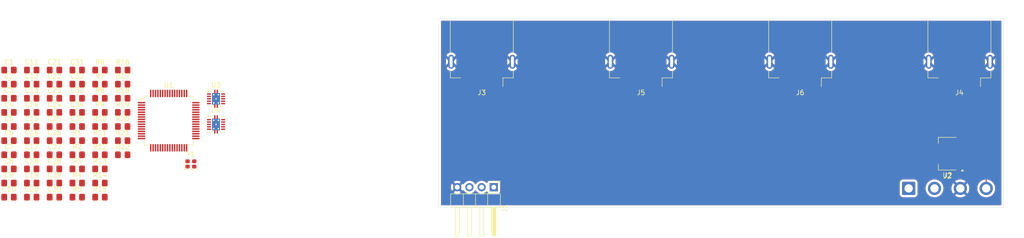
<source format=kicad_pcb>
(kicad_pcb (version 20241229) (generator "pcbnew") (generator_version "9.0")
  (layers (0 "F.Cu" signal) (2 "B.Cu" signal) (13 "F.Paste" user) (15 "B.Paste" user) (5 "F.SilkS" user "F.Silkscreen") (7 "B.SilkS" user "B.Silkscreen") (1 "F.Mask" user) (3 "B.Mask" user) (25 "Edge.Cuts" user))
  (net 0 "")
  (net 1 "Net-(J1-Shield)")
  (net 2 "GND")
  (net 3 "Net-(J1-VBUS)")
  (net 4 "+5V")
  (net 5 "+3V3")
  (net 6 "XTAL1")
  (net 7 "XTAL2")
  (net 8 "VDD18")
  (net 9 "VBUS1")
  (net 10 "VBUS2")
  (net 11 "Net-(C23-Pad1)")
  (net 12 "Net-(J3-VBUS)")
  (net 13 "VBUS3")
  (net 14 "VBUS4")
  (net 15 "Net-(J4-VBUS)")
  (net 16 "Net-(C30-Pad1)")
  (net 17 "Net-(J5-VBUS)")
  (net 18 "Net-(J6-VBUS)")
  (net 19 "Net-(C33-Pad1)")
  (net 20 "Net-(C34-Pad1)")
  (net 21 "Net-(U1-~{RESET})")
  (net 22 "UP_DN")
  (net 23 "UP_DP")
  (net 26 "P1_DP")
  (net 27 "P1_DN")
  (net 28 "P2_DP")
  (net 29 "P2_DN")
  (net 30 "P3_DP")
  (net 31 "P3_DN")
  (net 32 "P4_DP")
  (net 33 "P4_DN")
  (net 34 "VBUS_DET")
  (net 35 "Net-(U1-SCL{slash}SMBCLK)")
  (net 36 "Net-(U1-RBIAS)")
  (net 37 "Net-(U1-ATEST{slash}REG_EN)")
  (net 38 "Net-(U3-ILM)")
  (net 39 "Net-(U4-ILM)")
  (net 41 "OCS1")
  (net 42 "PRTPWR3")
  (net 43 "PRTPWR4")
  (net 44 "OCS2")
  (net 47 "PRTPWR2")
  (net 48 "OCS4")
  (net 51 "PRTPWR1")
  (net 53 "OCS3")
  (footprint "Resistor_SMD:R_0805_2012Metric_Pad1.20x1.40mm_HandSolder" (layer "F.Cu") (at 50.5 70.13)
    (property "Reference" "C24" (at 0 -1.65 0) (layer "F.SilkS"))
    (property "Value" "2.2u")
    (pad "1" smd roundrect (at -1 0) (size 1.2 1.4) (layers "F.Cu" "F.Mask" "F.Paste") (roundrect_rratio 0.208333) (net 12 "Net-(J3-VBUS)"))
    (pad "2" smd roundrect (at 1 0) (size 1.2 1.4) (layers "F.Cu" "F.Mask" "F.Paste") (roundrect_rratio 0.208333) (net 2 "GND"))
  )
  (footprint "Resistor_SMD:R_0805_2012Metric_Pad1.20x1.40mm_HandSolder" (layer "F.Cu") (at 45.75 87.83)
    (property "Reference" "C20" (at 0 -1.65 0) (layer "F.SilkS"))
    (property "Value" "0.1u")
    (pad "1" smd roundrect (at -1 0) (size 1.2 1.4) (layers "F.Cu" "F.Mask" "F.Paste") (roundrect_rratio 0.208333) (net 10 "VBUS2"))
    (pad "2" smd roundrect (at 1 0) (size 1.2 1.4) (layers "F.Cu" "F.Mask" "F.Paste") (roundrect_rratio 0.208333) (net 2 "GND"))
  )
  (footprint "Connector_Wire:SolderWire-1sqmm_1x04_P5.4mm_D1.4mm_OD2.7mm" (layer "F.Cu") (at 228.9 86)
    (property "Reference" "J2" (at 8.1 -2.58 0) (layer "F.SilkS"))
    (property "Value" "4-Pin_Molex")
    (pad "1" thru_hole roundrect (at 0 0) (size 2.75 2.75) (drill 1.75) (layers "*.Cu" "*.Mask") (roundrect_rratio 0.090909))
    (pad "2" thru_hole circle (at 5.4 0) (size 2.75 2.75) (drill 1.75) (layers "*.Cu" "*.Mask"))
    (pad "3" thru_hole circle (at 10.8 0) (size 2.75 2.75) (drill 1.75) (layers "*.Cu" "*.Mask") (net 2 "GND"))
    (pad "4" thru_hole circle (at 16.2 0) (size 2.75 2.75) (drill 1.75) (layers "*.Cu" "*.Mask") (net 4 "+5V"))
  )
  (footprint "Resistor_SMD:R_0805_2012Metric_Pad1.20x1.40mm_HandSolder" (layer "F.Cu") (at 50.5 81.93)
    (property "Reference" "C28" (at 0 -1.65 0) (layer "F.SilkS"))
    (property "Value" "0.1u")
    (pad "1" smd roundrect (at -1 0) (size 1.2 1.4) (layers "F.Cu" "F.Mask" "F.Paste") (roundrect_rratio 0.208333) (net 14 "VBUS4"))
    (pad "2" smd roundrect (at 1 0) (size 1.2 1.4) (layers "F.Cu" "F.Mask" "F.Paste") (roundrect_rratio 0.208333) (net 2 "GND"))
  )
  (footprint "Resistor_SMD:R_0805_2012Metric_Pad1.20x1.40mm_HandSolder" (layer "F.Cu") (at 64.75 64.23)
    (property "Reference" "R17" (at 0 -1.65 0) (layer "F.SilkS"))
    (property "Value" "100k")
    (pad "1" smd roundrect (at -1 0) (size 1.2 1.4) (layers "F.Cu" "F.Mask" "F.Paste") (roundrect_rratio 0.208333) (net 2 "GND"))
    (pad "2" smd roundrect (at 1 0) (size 1.2 1.4) (layers "F.Cu" "F.Mask" "F.Paste") (roundrect_rratio 0.208333) (net 14 "VBUS4"))
  )
  (footprint "Resistor_SMD:R_0805_2012Metric_Pad1.20x1.40mm_HandSolder" (layer "F.Cu") (at 50.5 67.18)
    (property "Reference" "C23" (at 0 -1.65 0) (layer "F.SilkS"))
    (property "Value" "0.1u")
    (pad "1" smd roundrect (at -1 0) (size 1.2 1.4) (layers "F.Cu" "F.Mask" "F.Paste") (roundrect_rratio 0.208333) (net 11 "Net-(C23-Pad1)"))
    (pad "2" smd roundrect (at 1 0) (size 1.2 1.4) (layers "F.Cu" "F.Mask" "F.Paste") (roundrect_rratio 0.208333) (net 2 "GND"))
  )
  (footprint "Connector_USB:USB_A_Receptacle_GCT_USB1046" (layer "F.Cu") (at 239.5 56 180)
    (property "Reference" "J4" (at 0 -10 0) (layer "F.SilkS"))
    (property "Value" "USB_A")
    (pad "1" smd roundrect (at -3.5 -7.25 180) (size 1.3 3) (layers "F.Cu" "F.Mask" "F.Paste") (net 15 "Net-(J4-VBUS)"))
    (pad "2" smd roundrect (at -1 -7.25 180) (size 1.3 3) (layers "F.Cu" "F.Mask" "F.Paste") (net 29 "P2_DN"))
    (pad "3" smd roundrect (at 1 -7.25 180) (size 1.3 3) (layers "F.Cu" "F.Mask" "F.Paste") (net 28 "P2_DP"))
    (pad "4" smd roundrect (at 3.5 -7.25 180) (size 1.3 3) (layers "F.Cu" "F.Mask" "F.Paste") (net 2 "GND"))
    (pad "5" thru_hole oval (at -6.4 -3.55 180) (size 1.2 2.9) (drill oval 0.6 2.3) (property pad_prop_heatsink) (layers "*.Cu" "*.Mask") (net 2 "GND"))
    (pad "5" thru_hole oval (at 6.4 -3.55 180) (size 1.2 2.9) (drill oval 0.6 2.3) (property pad_prop_heatsink) (layers "*.Cu" "*.Mask") (net 2 "GND"))
  )
  (footprint "Resistor_SMD:R_0805_2012Metric_Pad1.20x1.40mm_HandSolder" (layer "F.Cu") (at 60 67.18)
    (property "Reference" "R8" (at 0 -1.65 0) (layer "F.SilkS"))
    (property "Value" "110k")
    (pad "1" smd roundrect (at -1 0) (size 1.2 1.4) (layers "F.Cu" "F.Mask" "F.Paste") (roundrect_rratio 0.208333) (net 38 "Net-(U3-ILM)"))
    (pad "2" smd roundrect (at 1 0) (size 1.2 1.4) (layers "F.Cu" "F.Mask" "F.Paste") (roundrect_rratio 0.208333) (net 2 "GND"))
  )
  (footprint "Resistor_SMD:R_0805_2012Metric_Pad1.20x1.40mm_HandSolder" (layer "F.Cu") (at 55.25 67.18)
    (property "Reference" "C33" (at 0 -1.65 0) (layer "F.SilkS"))
    (property "Value" "0.1u")
    (pad "1" smd roundrect (at -1 0) (size 1.2 1.4) (layers "F.Cu" "F.Mask" "F.Paste") (roundrect_rratio 0.208333) (net 19 "Net-(C33-Pad1)"))
    (pad "2" smd roundrect (at 1 0) (size 1.2 1.4) (layers "F.Cu" "F.Mask" "F.Paste") (roundrect_rratio 0.208333) (net 2 "GND"))
  )
  (footprint "Resistor_SMD:R_0805_2012Metric_Pad1.20x1.40mm_HandSolder" (layer "F.Cu") (at 45.75 67.18)
    (property "Reference" "C13" (at 0 -1.65 0) (layer "F.SilkS"))
    (property "Value" "0.1u")
    (pad "1" smd roundrect (at -1 0) (size 1.2 1.4) (layers "F.Cu" "F.Mask" "F.Paste") (roundrect_rratio 0.208333) (net 8 "VDD18"))
    (pad "2" smd roundrect (at 1 0) (size 1.2 1.4) (layers "F.Cu" "F.Mask" "F.Paste") (roundrect_rratio 0.208333) (net 2 "GND"))
  )
  (footprint "Resistor_SMD:R_0805_2012Metric_Pad1.20x1.40mm_HandSolder" (layer "F.Cu") (at 60 84.88)
    (property "Reference" "R14" (at 0 -1.65 0) (layer "F.SilkS"))
    (property "Value" "100k")
    (pad "1" smd roundrect (at -1 0) (size 1.2 1.4) (layers "F.Cu" "F.Mask" "F.Paste") (roundrect_rratio 0.208333) (net 10 "VBUS2"))
    (pad "2" smd roundrect (at 1 0) (size 1.2 1.4) (layers "F.Cu" "F.Mask" "F.Paste") (roundrect_rratio 0.208333) (net 15 "Net-(J4-VBUS)"))
  )
  (footprint "Resistor_SMD:R_0805_2012Metric_Pad1.20x1.40mm_HandSolder" (layer "F.Cu") (at 50.5 64.23)
    (property "Reference" "C22" (at 0 -1.65 0) (layer "F.SilkS"))
    (property "Value" "0.1u")
    (pad "1" smd roundrect (at -1 0) (size 1.2 1.4) (layers "F.Cu" "F.Mask" "F.Paste") (roundrect_rratio 0.208333) (net 2 "GND"))
    (pad "2" smd roundrect (at 1 0) (size 1.2 1.4) (layers "F.Cu" "F.Mask" "F.Paste") (roundrect_rratio 0.208333) (net 4 "+5V"))
  )
  (footprint "Resistor_SMD:R_0805_2012Metric_Pad1.20x1.40mm_HandSolder" (layer "F.Cu") (at 45.75 81.93)
    (property "Reference" "C18" (at 0 -1.65 0) (layer "F.SilkS"))
    (property "Value" "4.7u")
    (pad "1" smd roundrect (at -1 0) (size 1.2 1.4) (layers "F.Cu" "F.Mask" "F.Paste") (roundrect_rratio 0.208333) (net 8 "VDD18"))
    (pad "2" smd roundrect (at 1 0) (size 1.2 1.4) (layers "F.Cu" "F.Mask" "F.Paste") (roundrect_rratio 0.208333) (net 2 "GND"))
  )
  (footprint "Resistor_SMD:R_0805_2012Metric_Pad1.20x1.40mm_HandSolder" (layer "F.Cu") (at 45.75 76.03)
    (property "Reference" "C16" (at 0 -1.65 0) (layer "F.SilkS"))
    (property "Value" "0.1u")
    (pad "1" smd roundrect (at -1 0) (size 1.2 1.4) (layers "F.Cu" "F.Mask" "F.Paste") (roundrect_rratio 0.208333) (net 8 "VDD18"))
    (pad "2" smd roundrect (at 1 0) (size 1.2 1.4) (layers "F.Cu" "F.Mask" "F.Paste") (roundrect_rratio 0.208333) (net 2 "GND"))
  )
  (footprint "Resistor_SMD:R_0805_2012Metric_Pad1.20x1.40mm_HandSolder" (layer "F.Cu") (at 41 87.83)
    (property "Reference" "C10" (at 0 -1.65 0) (layer "F.SilkS"))
    (property "Value" "0.1u")
    (pad "1" smd roundrect (at -1 0) (size 1.2 1.4) (layers "F.Cu" "F.Mask" "F.Paste") (roundrect_rratio 0.208333) (net 5 "+3V3"))
    (pad "2" smd roundrect (at 1 0) (size 1.2 1.4) (layers "F.Cu" "F.Mask" "F.Paste") (roundrect_rratio 0.208333) (net 2 "GND"))
  )
  (footprint "Resistor_SMD:R_0805_2012Metric_Pad1.20x1.40mm_HandSolder" (layer "F.Cu") (at 60 64.23)
    (property "Reference" "R7" (at 0 -1.65 0) (layer "F.SilkS"))
    (property "Value" "100k")
    (pad "1" smd roundrect (at -1 0) (size 1.2 1.4) (layers "F.Cu" "F.Mask" "F.Paste") (roundrect_rratio 0.208333) (net 5 "+3V3"))
    (pad "2" smd roundrect (at 1 0) (size 1.2 1.4) (layers "F.Cu" "F.Mask" "F.Paste") (roundrect_rratio 0.208333) (net 37 "Net-(U1-ATEST{slash}REG_EN)"))
  )
  (footprint "Connector_USB:USB_A_Receptacle_GCT_USB1046" (layer "F.Cu") (at 173 56 180)
    (property "Reference" "J5" (at 0 -10 0) (layer "F.SilkS"))
    (property "Value" "USB_A")
    (pad "1" smd roundrect (at -3.5 -7.25 180) (size 1.3 3) (layers "F.Cu" "F.Mask" "F.Paste") (net 17 "Net-(J5-VBUS)"))
    (pad "2" smd roundrect (at -1 -7.25 180) (size 1.3 3) (layers "F.Cu" "F.Mask" "F.Paste") (net 31 "P3_DN"))
    (pad "3" smd roundrect (at 1 -7.25 180) (size 1.3 3) (layers "F.Cu" "F.Mask" "F.Paste") (net 30 "P3_DP"))
    (pad "4" smd roundrect (at 3.5 -7.25 180) (size 1.3 3) (layers "F.Cu" "F.Mask" "F.Paste") (net 2 "GND"))
    (pad "5" thru_hole oval (at -6.4 -3.55 180) (size 1.2 2.9) (drill oval 0.6 2.3) (property pad_prop_heatsink) (layers "*.Cu" "*.Mask") (net 2 "GND"))
    (pad "5" thru_hole oval (at 6.4 -3.55 180) (size 1.2 2.9) (drill oval 0.6 2.3) (property pad_prop_heatsink) (layers "*.Cu" "*.Mask") (net 2 "GND"))
  )
  (footprint "Resistor_SMD:R_0805_2012Metric_Pad1.20x1.40mm_HandSolder" (layer "F.Cu") (at 55.25 84.88)
    (property "Reference" "R4" (at 0 -1.65 0) (layer "F.SilkS"))
    (property "Value" "1M")
    (pad "1" smd roundrect (at -1 0) (size 1.2 1.4) (layers "F.Cu" "F.Mask" "F.Paste") (roundrect_rratio 0.208333) (net 6 "XTAL1"))
    (pad "2" smd roundrect (at 1 0) (size 1.2 1.4) (layers "F.Cu" "F.Mask" "F.Paste") (roundrect_rratio 0.208333) (net 7 "XTAL2"))
  )
  (footprint "Package_TO_SOT_SMD:SOT-223" (layer "F.Cu") (at 237 78.75 180)
    (property "Reference" "U2" (at 0 -4.5 0) (layer "F.SilkS"))
    (property "Value" "MCP1825S")
    (pad "1" smd roundrect (at -3.15 -2.3 180) (size 2 1.5) (layers "F.Cu" "F.Mask" "F.Paste") (net 4 "+5V"))
    (pad "2" smd roundrect (at -3.15 0 180) (size 2 1.5) (layers "F.Cu" "F.Mask" "F.Paste") (net 2 "GND"))
    (pad "3" smd roundrect (at -3.15 2.3 180) (size 2 1.5) (layers "F.Cu" "F.Mask" "F.Paste") (net 5 "+3V3"))
    (pad "4" smd roundrect (at 3.15 0 180) (size 2 3.8) (layers "F.Cu" "F.Mask" "F.Paste"))
  )
  (footprint "Resistor_SMD:R_0805_2012Metric_Pad1.20x1.40mm_HandSolder" (layer "F.Cu") (at 64.75 61.28)
    (property "Reference" "R16" (at 0 -1.65 0) (layer "F.SilkS"))
    (property "Value" "100k")
    (pad "1" smd roundrect (at -1 0) (size 1.2 1.4) (layers "F.Cu" "F.Mask" "F.Paste") (roundrect_rratio 0.208333) (net 2 "GND"))
    (pad "2" smd roundrect (at 1 0) (size 1.2 1.4) (layers "F.Cu" "F.Mask" "F.Paste") (roundrect_rratio 0.208333) (net 13 "VBUS3"))
  )
  (footprint "Resistor_SMD:R_0805_2012Metric_Pad1.20x1.40mm_HandSolder" (layer "F.Cu") (at 41 70.13)
    (property "Reference" "C4" (at 0 -1.65 0) (layer "F.SilkS"))
    (property "Value" "10u")
    (pad "1" smd roundrect (at -1 0) (size 1.2 1.4) (layers "F.Cu" "F.Mask" "F.Paste") (roundrect_rratio 0.208333) (net 5 "+3V3"))
    (pad "2" smd roundrect (at 1 0) (size 1.2 1.4) (layers "F.Cu" "F.Mask" "F.Paste") (roundrect_rratio 0.208333) (net 2 "GND"))
  )
  (footprint "Resistor_SMD:R_0805_2012Metric_Pad1.20x1.40mm_HandSolder" (layer "F.Cu") (at 60 76.03)
    (property "Reference" "R11" (at 0 -1.65 0) (layer "F.SilkS"))
    (property "Value" "110k")
    (pad "1" smd roundrect (at -1 0) (size 1.2 1.4) (layers "F.Cu" "F.Mask" "F.Paste") (roundrect_rratio 0.208333) (net 39 "Net-(U4-ILM)"))
    (pad "2" smd roundrect (at 1 0) (size 1.2 1.4) (layers "F.Cu" "F.Mask" "F.Paste") (roundrect_rratio 0.208333) (net 2 "GND"))
  )
  (footprint "Resistor_SMD:R_0805_2012Metric_Pad1.20x1.40mm_HandSolder" (layer "F.Cu") (at 41 81.93)
    (property "Reference" "C8" (at 0 -1.65 0) (layer "F.SilkS"))
    (property "Value" "0.1u")
    (pad "1" smd roundrect (at -1 0) (size 1.2 1.4) (layers "F.Cu" "F.Mask" "F.Paste") (roundrect_rratio 0.208333) (net 5 "+3V3"))
    (pad "2" smd roundrect (at 1 0) (size 1.2 1.4) (layers "F.Cu" "F.Mask" "F.Paste") (roundrect_rratio 0.208333) (net 2 "GND"))
  )
  (footprint "Resistor_SMD:R_0805_2012Metric_Pad1.20x1.40mm_HandSolder" (layer "F.Cu") (at 64.75 73.08)
    (property "Reference" "R20" (at 0 -1.65 0) (layer "F.SilkS"))
    (property "Value" "330")
    (pad "1" smd roundrect (at -1 0) (size 1.2 1.4) (layers "F.Cu" "F.Mask" "F.Paste") (roundrect_rratio 0.208333) (net 19 "Net-(C33-Pad1)"))
    (pad "2" smd roundrect (at 1 0) (size 1.2 1.4) (layers "F.Cu" "F.Mask" "F.Paste") (roundrect_rratio 0.208333) (net 2 "GND"))
  )
  (footprint "Resistor_SMD:R_0805_2012Metric_Pad1.20x1.40mm_HandSolder" (layer "F.Cu") (at 45.75 84.88)
    (property "Reference" "C19" (at 0 -1.65 0) (layer "F.SilkS"))
    (property "Value" "0.1u")
    (pad "1" smd roundrect (at -1 0) (size 1.2 1.4) (layers "F.Cu" "F.Mask" "F.Paste") (roundrect_rratio 0.208333) (net 9 "VBUS1"))
    (pad "2" smd roundrect (at 1 0) (size 1.2 1.4) (layers "F.Cu" "F.Mask" "F.Paste") (roundrect_rratio 0.208333) (net 2 "GND"))
  )
  (footprint "Resistor_SMD:R_0805_2012Metric_Pad1.20x1.40mm_HandSolder" (layer "F.Cu") (at 64.75 76.03)
    (property "Reference" "R21" (at 0 -1.65 0) (layer "F.SilkS"))
    (property "Value" "330")
    (pad "1" smd roundrect (at -1 0) (size 1.2 1.4) (layers "F.Cu" "F.Mask" "F.Paste") (roundrect_rratio 0.208333) (net 20 "Net-(C34-Pad1)"))
    (pad "2" smd roundrect (at 1 0) (size 1.2 1.4) (layers "F.Cu" "F.Mask" "F.Paste") (roundrect_rratio 0.208333) (net 2 "GND"))
  )
  (footprint "Resistor_SMD:R_0805_2012Metric_Pad1.20x1.40mm_HandSolder" (layer "F.Cu") (at 60 70.13)
    (property "Reference" "R9" (at 0 -1.65 0) (layer "F.SilkS"))
    (property "Value" "330")
    (pad "1" smd roundrect (at -1 0) (size 1.2 1.4) (layers "F.Cu" "F.Mask" "F.Paste") (roundrect_rratio 0.208333) (net 11 "Net-(C23-Pad1)"))
    (pad "2" smd roundrect (at 1 0) (size 1.2 1.4) (layers "F.Cu" "F.Mask" "F.Paste") (roundrect_rratio 0.208333) (net 2 "GND"))
  )
  (footprint "Resistor_SMD:R_0805_2012Metric_Pad1.20x1.40mm_HandSolder" (layer "F.Cu") (at 55.25 76.03)
    (property "Reference" "R1" (at 0 -1.65 0) (layer "F.SilkS"))
    (property "Value" "330")
    (pad "1" smd roundrect (at -1 0) (size 1.2 1.4) (layers "F.Cu" "F.Mask" "F.Paste") (roundrect_rratio 0.208333) (net 1 "Net-(J1-Shield)"))
    (pad "2" smd roundrect (at 1 0) (size 1.2 1.4) (layers "F.Cu" "F.Mask" "F.Paste") (roundrect_rratio 0.208333) (net 2 "GND"))
  )
  (footprint "Resistor_SMD:R_0805_2012Metric_Pad1.20x1.40mm_HandSolder" (layer "F.Cu") (at 45.75 70.13)
    (property "Reference" "C14" (at 0 -1.65 0) (layer "F.SilkS"))
    (property "Value" "0.1u")
    (pad "1" smd roundrect (at -1 0) (size 1.2 1.4) (layers "F.Cu" "F.Mask" "F.Paste") (roundrect_rratio 0.208333) (net 8 "VDD18"))
    (pad "2" smd roundrect (at 1 0) (size 1.2 1.4) (layers "F.Cu" "F.Mask" "F.Paste") (roundrect_rratio 0.208333) (net 2 "GND"))
  )
  (footprint "Connector_USB:USB_A_Receptacle_GCT_USB1046" (layer "F.Cu") (at 206.25 56 180)
    (property "Reference" "J6" (at 0 -10 0) (layer "F.SilkS"))
    (property "Value" "USB_A")
    (pad "1" smd roundrect (at -3.5 -7.25 180) (size 1.3 3) (layers "F.Cu" "F.Mask" "F.Paste") (net 18 "Net-(J6-VBUS)"))
    (pad "2" smd roundrect (at -1 -7.25 180) (size 1.3 3) (layers "F.Cu" "F.Mask" "F.Paste") (net 33 "P4_DN"))
    (pad "3" smd roundrect (at 1 -7.25 180) (size 1.3 3) (layers "F.Cu" "F.Mask" "F.Paste") (net 32 "P4_DP"))
    (pad "4" smd roundrect (at 3.5 -7.25 180) (size 1.3 3) (layers "F.Cu" "F.Mask" "F.Paste") (net 2 "GND"))
    (pad "5" thru_hole oval (at -6.4 -3.55 180) (size 1.2 2.9) (drill oval 0.6 2.3) (property pad_prop_heatsink) (layers "*.Cu" "*.Mask") (net 2 "GND"))
    (pad "5" thru_hole oval (at 6.4 -3.55 180) (size 1.2 2.9) (drill oval 0.6 2.3) (property pad_prop_heatsink) (layers "*.Cu" "*.Mask") (net 2 "GND"))
  )
  (footprint "Resistor_SMD:R_0805_2012Metric_Pad1.20x1.40mm_HandSolder" (layer "F.Cu") (at 64.75 70.13)
    (property "Reference" "R19" (at 0 -1.65 0) (layer "F.SilkS"))
    (property "Value" "100k")
    (pad "1" smd roundrect (at -1 0) (size 1.2 1.4) (layers "F.Cu" "F.Mask" "F.Paste") (roundrect_rratio 0.208333) (net 14 "VBUS4"))
    (pad "2" smd roundrect (at 1 0) (size 1.2 1.4) (layers "F.Cu" "F.Mask" "F.Paste") (roundrect_rratio 0.208333) (net 18 "Net-(J6-VBUS)"))
  )
  (footprint "Resistor_SMD:R_0805_2012Metric_Pad1.20x1.40mm_HandSolder" (layer "F.Cu") (at 45.75 64.23)
    (property "Reference" "C12" (at 0 -1.65 0) (layer "F.SilkS"))
    (property "Value" "0.1u")
    (pad "1" smd roundrect (at -1 0) (size 1.2 1.4) (layers "F.Cu" "F.Mask" "F.Paste") (roundrect_rratio 0.208333) (net 5 "+3V3"))
    (pad "2" smd roundrect (at 1 0) (size 1.2 1.4) (layers "F.Cu" "F.Mask" "F.Paste") (roundrect_rratio 0.208333) (net 2 "GND"))
  )
  (footprint "Crystal:Crystal_SMD_2016-4Pin_2.0x1.6mm" (layer "F.Cu") (at 79 80.89)
    (property "Reference" "Y1" (at 0 -2 0) (layer "F.SilkS"))
    (property "Value" "24MHz")
    (pad "1" smd roundrect (at -0.7 0.55) (size 0.9 0.8) (layers "F.Cu" "F.Mask" "F.Paste") (net 7 "XTAL2"))
    (pad "2" smd roundrect (at 0.7 0.55) (size 0.9 0.8) (layers "F.Cu" "F.Mask" "F.Paste") (net 6 "XTAL1"))
    (pad "3" smd roundrect (at 0.7 -0.55) (size 0.9 0.8) (layers "F.Cu" "F.Mask" "F.Paste"))
    (pad "4" smd roundrect (at -0.7 -0.55) (size 0.9 0.8) (layers "F.Cu" "F.Mask" "F.Paste"))
  )
  (footprint "Resistor_SMD:R_0805_2012Metric_Pad1.20x1.40mm_HandSolder" (layer "F.Cu") (at 50.5 84.88)
    (property "Reference" "C29" (at 0 -1.65 0) (layer "F.SilkS"))
    (property "Value" "2.2u")
    (pad "1" smd roundrect (at -1 0) (size 1.2 1.4) (layers "F.Cu" "F.Mask" "F.Paste") (roundrect_rratio 0.208333) (net 15 "Net-(J4-VBUS)"))
    (pad "2" smd roundrect (at 1 0) (size 1.2 1.4) (layers "F.Cu" "F.Mask" "F.Paste") (roundrect_rratio 0.208333) (net 2 "GND"))
  )
  (footprint "Resistor_SMD:R_0805_2012Metric_Pad1.20x1.40mm_HandSolder" (layer "F.Cu") (at 60 61.28)
    (property "Reference" "R6" (at 0 -1.65 0) (layer "F.SilkS"))
    (property "Value" "12k")
    (pad "1" smd roundrect (at -1 0) (size 1.2 1.4) (layers "F.Cu" "F.Mask" "F.Paste") (roundrect_rratio 0.208333) (net 36 "Net-(U1-RBIAS)"))
    (pad "2" smd roundrect (at 1 0) (size 1.2 1.4) (layers "F.Cu" "F.Mask" "F.Paste") (roundrect_rratio 0.208333) (net 2 "GND"))
  )
  (footprint "Resistor_SMD:R_0805_2012Metric_Pad1.20x1.40mm_HandSolder" (layer "F.Cu") (at 41 76.03)
    (property "Reference" "C6" (at 0 -1.65 0) (layer "F.SilkS"))
    (property "Value" "33p")
    (pad "1" smd roundrect (at -1 0) (size 1.2 1.4) (layers "F.Cu" "F.Mask" "F.Paste") (roundrect_rratio 0.208333) (net 2 "GND"))
    (pad "2" smd roundrect (at 1 0) (size 1.2 1.4) (layers "F.Cu" "F.Mask" "F.Paste") (roundrect_rratio 0.208333) (net 7 "XTAL2"))
  )
  (footprint "Resistor_SMD:R_0805_2012Metric_Pad1.20x1.40mm_HandSolder" (layer "F.Cu") (at 45.75 61.28)
    (property "Reference" "C11" (at 0 -1.65 0) (layer "F.SilkS"))
    (property "Value" "0.1u")
    (pad "1" smd roundrect (at -1 0) (size 1.2 1.4) (layers "F.Cu" "F.Mask" "F.Paste") (roundrect_rratio 0.208333) (net 5 "+3V3"))
    (pad "2" smd roundrect (at 1 0) (size 1.2 1.4) (layers "F.Cu" "F.Mask" "F.Paste") (roundrect_rratio 0.208333) (net 2 "GND"))
  )
  (footprint "Resistor_SMD:R_0805_2012Metric_Pad1.20x1.40mm_HandSolder" (layer "F.Cu") (at 41 67.18)
    (property "Reference" "C3" (at 0 -1.65 0) (layer "F.SilkS"))
    (property "Value" "1u")
    (pad "1" smd roundrect (at -1 0) (size 1.2 1.4) (layers "F.Cu" "F.Mask" "F.Paste") (roundrect_rratio 0.208333) (net 4 "+5V"))
    (pad "2" smd roundrect (at 1 0) (size 1.2 1.4) (layers "F.Cu" "F.Mask" "F.Paste") (roundrect_rratio 0.208333) (net 2 "GND"))
  )
  (footprint "Resistor_SMD:R_0805_2012Metric_Pad1.20x1.40mm_HandSolder" (layer "F.Cu") (at 41 64.23)
    (property "Reference" "C2" (at 0 -1.65 0) (layer "F.SilkS"))
    (property "Value" "2.2u")
    (pad "1" smd roundrect (at -1 0) (size 1.2 1.4) (layers "F.Cu" "F.Mask" "F.Paste") (roundrect_rratio 0.208333) (net 2 "GND"))
    (pad "2" smd roundrect (at 1 0) (size 1.2 1.4) (layers "F.Cu" "F.Mask" "F.Paste") (roundrect_rratio 0.208333) (net 3 "Net-(J1-VBUS)"))
  )
  (footprint "Connector_USB:USB_A_Receptacle_GCT_USB1046" (layer "F.Cu") (at 139.75 56 180)
    (property "Reference" "J3" (at 0 -10 0) (layer "F.SilkS"))
    (property "Value" "USB_A")
    (pad "1" smd roundrect (at -3.5 -7.25 180) (size 1.3 3) (layers "F.Cu" "F.Mask" "F.Paste") (net 12 "Net-(J3-VBUS)"))
    (pad "2" smd roundrect (at -1 -7.25 180) (size 1.3 3) (layers "F.Cu" "F.Mask" "F.Paste") (net 27 "P1_DN"))
    (pad "3" smd roundrect (at 1 -7.25 180) (size 1.3 3) (layers "F.Cu" "F.Mask" "F.Paste") (net 26 "P1_DP"))
    (pad "4" smd roundrect (at 3.5 -7.25 180) (size 1.3 3) (layers "F.Cu" "F.Mask" "F.Paste") (net 2 "GND"))
    (pad "5" thru_hole oval (at -6.4 -3.55 180) (size 1.2 2.9) (drill oval 0.6 2.3) (property pad_prop_heatsink) (layers "*.Cu" "*.Mask") (net 2 "GND"))
    (pad "5" thru_hole oval (at 6.4 -3.55 180) (size 1.2 2.9) (drill oval 0.6 2.3) (property pad_prop_heatsink) (layers "*.Cu" "*.Mask") (net 2 "GND"))
  )
  (footprint "Resistor_SMD:R_0805_2012Metric_Pad1.20x1.40mm_HandSolder" (layer "F.Cu") (at 55.25 61.28)
    (property "Reference" "C31" (at 0 -1.65 0) (layer "F.SilkS"))
    (property "Value" "2.2u")
    (pad "1" smd roundrect (at -1 0) (size 1.2 1.4) (layers "F.Cu" "F.Mask" "F.Paste") (roundrect_rratio 0.208333) (net 17 "Net-(J5-VBUS)"))
    (pad "2" smd roundrect (at 1 0) (size 1.2 1.4) (layers "F.Cu" "F.Mask" "F.Paste") (roundrect_rratio 0.208333) (net 2 "GND"))
  )
  (footprint "Resistor_SMD:R_0805_2012Metric_Pad1.20x1.40mm_HandSolder" (layer "F.Cu") (at 64.75 78.98)
    (property "Reference" "R22" (at 0 -1.65 0) (layer "F.SilkS"))
    (property "Value" "100k")
    (pad "1" smd roundrect (at -1 0) (size 1.2 1.4) (layers "F.Cu" "F.Mask" "F.Paste") (roundrect_rratio 0.208333) (net 5 "+3V3"))
    (pad "2" smd roundrect (at 1 0) (size 1.2 1.4) (layers "F.Cu" "F.Mask" "F.Paste") (roundrect_rratio 0.208333) (net 21 "Net-(U1-~{RESET})"))
  )
  (footprint "Resistor_SMD:R_0805_2012Metric_Pad1.20x1.40mm_HandSolder" (layer "F.Cu") (at 55.25 87.83)
    (property "Reference" "R5" (at 0 -1.65 0) (layer "F.SilkS"))
    (property "Value" "100k")
    (pad "1" smd roundrect (at -1 0) (size 1.2 1.4) (layers "F.Cu" "F.Mask" "F.Paste") (roundrect_rratio 0.208333) (net 35 "Net-(U1-SCL{slash}SMBCLK)"))
    (pad "2" smd roundrect (at 1 0) (size 1.2 1.4) (layers "F.Cu" "F.Mask" "F.Paste") (roundrect_rratio 0.208333) (net 2 "GND"))
  )
  (footprint "Resistor_SMD:R_0805_2012Metric_Pad1.20x1.40mm_HandSolder" (layer "F.Cu") (at 64.75 67.18)
    (property "Reference" "R18" (at 0 -1.65 0) (layer "F.SilkS"))
    (property "Value" "100k")
    (pad "1" smd roundrect (at -1 0) (size 1.2 1.4) (layers "F.Cu" "F.Mask" "F.Paste") (roundrect_rratio 0.208333) (net 13 "VBUS3"))
    (pad "2" smd roundrect (at 1 0) (size 1.2 1.4) (layers "F.Cu" "F.Mask" "F.Paste") (roundrect_rratio 0.208333) (net 17 "Net-(J5-VBUS)"))
  )
  (footprint "Resistor_SMD:R_0805_2012Metric_Pad1.20x1.40mm_HandSolder" (layer "F.Cu") (at 60 81.93)
    (property "Reference" "R13" (at 0 -1.65 0) (layer "F.SilkS"))
    (property "Value" "100k")
    (pad "1" smd roundrect (at -1 0) (size 1.2 1.4) (layers "F.Cu" "F.Mask" "F.Paste") (roundrect_rratio 0.208333) (net 2 "GND"))
    (pad "2" smd roundrect (at 1 0) (size 1.2 1.4) (layers "F.Cu" "F.Mask" "F.Paste") (roundrect_rratio 0.208333) (net 10 "VBUS2"))
  )
  (footprint "Package_SON:VSON-10-1EP_3x3mm_P0.5mm_EP1.65x2.4mm_ThermalVias" (layer "F.Cu") (at 84.25 72.64)
    (property "Reference" "U4" (at 0 -2.9 0) (layer "F.SilkS"))
    (property "Value" "TPS2560")
    (pad "1" smd roundrect (at -1.475 -1) (size 0.85 0.28) (layers "F.Cu" "F.Mask" "F.Paste") (net 2 "GND"))
    (pad "2" smd roundrect (at -1.475 -0.5) (size 0.85 0.28) (layers "F.Cu" "F.Mask" "F.Paste") (net 4 "+5V"))
    (pad "3" smd roundrect (at -1.475 0) (size 0.85 0.28) (layers "F.Cu" "F.Mask" "F.Paste") (net 4 "+5V"))
    (pad "4" smd roundrect (at -1.475 0.5) (size 0.85 0.28) (layers "F.Cu" "F.Mask" "F.Paste") (net 42 "PRTPWR3"))
    (pad "5" smd roundrect (at -1.475 1) (size 0.85 0.28) (layers "F.Cu" "F.Mask" "F.Paste") (net 43 "PRTPWR4"))
    (pad "6" smd roundrect (at 1.475 1) (size 0.85 0.28) (layers "F.Cu" "F.Mask" "F.Paste") (net 48 "OCS4"))
    (pad "7" smd roundrect (at 1.475 0.5) (size 0.85 0.28) (layers "F.Cu" "F.Mask" "F.Paste") (net 39 "Net-(U4-ILM)"))
    (pad "8" smd roundrect (at 1.475 0) (size 0.85 0.28) (layers "F.Cu" "F.Mask" "F.Paste") (net 14 "VBUS4"))
    (pad "9" smd roundrect (at 1.475 -0.5) (size 0.85 0.28) (layers "F.Cu" "F.Mask" "F.Paste") (net 13 "VBUS3"))
    (pad "10" smd roundrect (at 1.475 -1) (size 0.85 0.28) (layers "F.Cu" "F.Mask" "F.Paste") (net 53 "OCS3"))
    (pad "11" thru_hole circle (at -0.48 -0.86) (size 0.6 0.6) (drill 0.3) (layers "*.Cu") (net 2 "GND"))
    (pad "11" thru_hole circle (at -0.48 0.86) (size 0.6 0.6) (drill 0.3) (layers "*.Cu") (net 2 "GND"))
    (pad "11" smd rect (at -0.25 -1.55) (size 0.28 0.7) (layers "F.Cu" "F.Mask" "F.Paste") (net 2 "GND"))
    (pad "11" smd rect (at -0.25 1.55) (size 0.28 0.7) (layers "F.Cu" "F.Mask" "F.Paste") (net 2 "GND"))
    (pad "11" thru_hole circle (at 0 0) (size 0.6 0.6) (drill 0.3) (layers "*.Cu") (net 2 "GND"))
    (pad "11" smd rect (at 0 0) (size 1.65 2.4) (layers "F.Cu" "F.Mask") (net 2 "GND"))
    (pad "11" smd rect (at 0 0) (size 1.65 2.4) (layers "B.Cu") (net 2 "GND"))
    (pad "11" smd rect (at 0.25 -1.55) (size 0.28 0.7) (layers "F.Cu" "F.Mask" "F.Paste") (net 2 "GND"))
    (pad "11" smd rect (at 0.25 1.55) (size 0.28 0.7) (layers "F.Cu" "F.Mask" "F.Paste") (net 2 "GND"))
    (pad "11" thru_hole circle (at 0.48 -0.86) (size 0.6 0.6) (drill 0.3) (layers "*.Cu") (net 2 "GND"))
    (pad "11" thru_hole circle (at 0.48 0.86) (size 0.6 0.6) (drill 0.3) (layers "*.Cu") (net 2 "GND"))
  )
  (footprint "Package_QFP:LQFP-64_10x10mm_P0.5mm" (layer "F.Cu") (at 74.35 71.84)
    (property "Reference" "U1" (at 0 -7.4 0) (layer "F.SilkS"))
    (property "Value" "USB2504")
    (pad "1" smd roundrect (at -5.675 -3.75) (size 1.55 0.3) (layers "F.Cu" "F.Mask" "F.Paste") (net 5 "+3V3"))
    (pad "2" smd roundrect (at -5.675 -3.25) (size 1.55 0.3) (layers "F.Cu" "F.Mask" "F.Paste") (net 23 "UP_DP"))
    (pad "3" smd roundrect (at -5.675 -2.75) (size 1.55 0.3) (layers "F.Cu" "F.Mask" "F.Paste") (net 22 "UP_DN"))
    (pad "4" smd roundrect (at -5.675 -2.25) (size 1.55 0.3) (layers "F.Cu" "F.Mask" "F.Paste") (net 2 "GND"))
    (pad "5" smd roundrect (at -5.675 -1.75) (size 1.55 0.3) (layers "F.Cu" "F.Mask" "F.Paste") (net 27 "P1_DN"))
    (pad "6" smd roundrect (at -5.675 -1.25) (size 1.55 0.3) (layers "F.Cu" "F.Mask" "F.Paste") (net 26 "P1_DP"))
    (pad "7" smd roundrect (at -5.675 -0.75) (size 1.55 0.3) (layers "F.Cu" "F.Mask" "F.Paste") (net 5 "+3V3"))
    (pad "8" smd roundrect (at -5.675 -0.25) (size 1.55 0.3) (layers "F.Cu" "F.Mask" "F.Paste") (net 28 "P2_DP"))
    (pad "9" smd roundrect (at -5.675 0.25) (size 1.55 0.3) (layers "F.Cu" "F.Mask" "F.Paste") (net 29 "P2_DN"))
    (pad "10" smd roundrect (at -5.675 0.75) (size 1.55 0.3) (layers "F.Cu" "F.Mask" "F.Paste") (net 2 "GND"))
    (pad "11" smd roundrect (at -5.675 1.25) (size 1.55 0.3) (layers "F.Cu" "F.Mask" "F.Paste") (net 31 "P3_DN"))
    (pad "12" smd roundrect (at -5.675 1.75) (size 1.55 0.3) (layers "F.Cu" "F.Mask" "F.Paste") (net 30 "P3_DP"))
    (pad "13" smd roundrect (at -5.675 2.25) (size 1.55 0.3) (layers "F.Cu" "F.Mask" "F.Paste") (net 5 "+3V3"))
    (pad "14" smd roundrect (at -5.675 2.75) (size 1.55 0.3) (layers "F.Cu" "F.Mask" "F.Paste") (net 32 "P4_DP"))
    (pad "15" smd roundrect (at -5.675 3.25) (size 1.55 0.3) (layers "F.Cu" "F.Mask" "F.Paste") (net 33 "P4_DN"))
    (pad "16" smd roundrect (at -5.675 3.75) (size 1.55 0.3) (layers "F.Cu" "F.Mask" "F.Paste") (net 2 "GND"))
    (pad "17" smd roundrect (at -3.75 5.675) (size 0.3 1.55) (layers "F.Cu" "F.Mask" "F.Paste"))
    (pad "18" smd roundrect (at -3.25 5.675) (size 0.3 1.55) (layers "F.Cu" "F.Mask" "F.Paste"))
    (pad "19" smd roundrect (at -2.75 5.675) (size 0.3 1.55) (layers "F.Cu" "F.Mask" "F.Paste") (net 2 "GND"))
    (pad "20" smd roundrect (at -2.25 5.675) (size 0.3 1.55) (layers "F.Cu" "F.Mask" "F.Paste") (net 2 "GND"))
    (pad "21" smd roundrect (at -1.75 5.675) (size 0.3 1.55) (layers "F.Cu" "F.Mask" "F.Paste") (net 2 "GND"))
    (pad "22" smd roundrect (at -1.25 5.675) (size 0.3 1.55) (layers "F.Cu" "F.Mask" "F.Paste") (net 2 "GND"))
    (pad "23" smd roundrect (at -0.75 5.675) (size 0.3 1.55) (layers "F.Cu" "F.Mask" "F.Paste") (net 5 "+3V3"))
    (pad "24" smd roundrect (at -0.25 5.675) (size 0.3 1.55) (layers "F.Cu" "F.Mask" "F.Paste") (net 5 "+3V3"))
    (pad "25" smd roundrect (at 0.25 5.675) (size 0.3 1.55) (layers "F.Cu" "F.Mask" "F.Paste") (net 2 "GND"))
    (pad "26" smd roundrect (at 0.75 5.675) (size 0.3 1.55) (layers "F.Cu" "F.Mask" "F.Paste") (net 2 "GND"))
    (pad "27" smd roundrect (at 1.25 5.675) (size 0.3 1.55) (layers "F.Cu" "F.Mask" "F.Paste") (net 2 "GND"))
    (pad "28" smd roundrect (at 1.75 5.675) (size 0.3 1.55) (layers "F.Cu" "F.Mask" "F.Paste") (net 5 "+3V3"))
    (pad "29" smd roundrect (at 2.25 5.675) (size 0.3 1.55) (layers "F.Cu" "F.Mask" "F.Paste") (net 2 "GND"))
    (pad "30" smd roundrect (at 2.75 5.675) (size 0.3 1.55) (layers "F.Cu" "F.Mask" "F.Paste") (net 8 "VDD18"))
    (pad "31" smd roundrect (at 3.25 5.675) (size 0.3 1.55) (layers "F.Cu" "F.Mask" "F.Paste"))
    (pad "32" smd roundrect (at 3.75 5.675) (size 0.3 1.55) (layers "F.Cu" "F.Mask" "F.Paste"))
    (pad "33" smd roundrect (at 5.675 3.75) (size 1.55 0.3) (layers "F.Cu" "F.Mask" "F.Paste"))
    (pad "34" smd roundrect (at 5.675 3.25) (size 1.55 0.3) (layers "F.Cu" "F.Mask" "F.Paste") (net 35 "Net-(U1-SCL{slash}SMBCLK)"))
    (pad "35" smd roundrect (at 5.675 2.75) (size 1.55 0.3) (layers "F.Cu" "F.Mask" "F.Paste") (net 35 "Net-(U1-SCL{slash}SMBCLK)"))
    (pad "36" smd roundrect (at 5.675 2.25) (size 1.55 0.3) (layers "F.Cu" "F.Mask" "F.Paste") (net 2 "GND"))
    (pad "37" smd roundrect (at 5.675 1.75) (size 1.55 0.3) (layers "F.Cu" "F.Mask" "F.Paste") (net 43 "PRTPWR4"))
    (pad "38" smd roundrect (at 5.675 1.25) (size 1.55 0.3) (layers "F.Cu" "F.Mask" "F.Paste") (net 48 "OCS4"))
    (pad "39" smd roundrect (at 5.675 0.75) (size 1.55 0.3) (layers "F.Cu" "F.Mask" "F.Paste") (net 42 "PRTPWR3"))
    (pad "40" smd roundrect (at 5.675 0.25) (size 1.55 0.3) (layers "F.Cu" "F.Mask" "F.Paste") (net 53 "OCS3"))
    (pad "41" smd roundrect (at 5.675 -0.25) (size 1.55 0.3) (layers "F.Cu" "F.Mask" "F.Paste") (net 2 "GND"))
    (pad "42" smd roundrect (at 5.675 -0.75) (size 1.55 0.3) (layers "F.Cu" "F.Mask" "F.Paste") (net 8 "VDD18"))
    (pad "43" smd roundrect (at 5.675 -1.25) (size 1.55 0.3) (layers "F.Cu" "F.Mask" "F.Paste") (net 47 "PRTPWR2"))
    (pad "44" smd roundrect (at 5.675 -1.75) (size 1.55 0.3) (layers "F.Cu" "F.Mask" "F.Paste") (net 44 "OCS2"))
    (pad "45" smd roundrect (at 5.675 -2.25) (size 1.55 0.3) (layers "F.Cu" "F.Mask" "F.Paste") (net 51 "PRTPWR1"))
    (pad "46" smd roundrect (at 5.675 -2.75) (size 1.55 0.3) (layers "F.Cu" "F.Mask" "F.Paste") (net 41 "OCS1"))
    (pad "47" smd roundrect (at 5.675 -3.25) (size 1.55 0.3) (layers "F.Cu" "F.Mask" "F.Paste") (net 2 "GND"))
    (pad "48" smd roundrect (at 5.675 -3.75) (size 1.55 0.3) (layers "F.Cu" "F.Mask" "F.Paste"))
    (pad "49" smd roundrect (at 3.75 -5.675) (size 0.3 1.55) (layers "F.Cu" "F.Mask" "F.Paste") (net 21 "Net-(U1-~{RESET})"))
    (pad "50" smd roundrect (at 3.25 -5.675) (size 0.3 1.55) (layers "F.Cu" "F.Mask" "F.Paste") (net 2 "GND"))
    (pad "51" smd roundrect (at 2.75 -5.675) (size 0.3 1.55) (layers "F.Cu" "F.Mask" "F.Paste") (net 5 "+3V3"))
    (pad "52" smd roundrect (at 2.25 -5.675) (size 0.3 1.55) (layers "F.Cu" "F.Mask" "F.Paste") (net 34 "VBUS_DET"))
    (pad "53" smd roundrect (at 1.75 -5.675) (size 0.3 1.55) (layers "F.Cu" "F.Mask" "F.Paste") (net 2 "GND"))
    (pad "54" smd roundrect (at 1.25 -5.675) (size 0.3 1.55) (layers "F.Cu" "F.Mask" "F.Paste") (net 8 "VDD18"))
    (pad "55" smd roundrect (at 0.75 -5.675) (size 0.3 1.55) (layers "F.Cu" "F.Mask" "F.Paste") (net 2 "GND"))
    (pad "56" smd roundrect (at 0.25 -5.675) (size 0.3 1.55) (layers "F.Cu" "F.Mask" "F.Paste"))
    (pad "57" smd roundrect (at -0.25 -5.675) (size 0.3 1.55) (layers "F.Cu" "F.Mask" "F.Paste") (net 7 "XTAL2"))
    (pad "58" smd roundrect (at -0.75 -5.675) (size 0.3 1.55) (layers "F.Cu" "F.Mask" "F.Paste") (net 6 "XTAL1"))
    (pad "59" smd roundrect (at -1.25 -5.675) (size 0.3 1.55) (layers "F.Cu" "F.Mask" "F.Paste") (net 2 "GND"))
    (pad "60" smd roundrect (at -1.75 -5.675) (size 0.3 1.55) (layers "F.Cu" "F.Mask" "F.Paste") (net 8 "VDD18"))
    (pad "61" smd roundrect (at -2.25 -5.675) (size 0.3 1.55) (layers "F.Cu" "F.Mask" "F.Paste") (net 5 "+3V3"))
    (pad "62" smd roundrect (at -2.75 -5.675) (size 0.3 1.55) (layers "F.Cu" "F.Mask" "F.Paste") (net 37 "Net-(U1-ATEST{slash}REG_EN)"))
    (pad "63" smd roundrect (at -3.25 -5.675) (size 0.3 1.55) (layers "F.Cu" "F.Mask" "F.Paste") (net 36 "Net-(U1-RBIAS)"))
    (pad "64" smd roundrect (at -3.75 -5.675) (size 0.3 1.55) (layers "F.Cu" "F.Mask" "F.Paste") (net 2 "GND"))
  )
  (footprint "Resistor_SMD:R_0805_2012Metric_Pad1.20x1.40mm_HandSolder" (layer "F.Cu") (at 60 87.83)
    (property "Reference" "R15" (at 0 -1.65 0) (layer "F.SilkS"))
    (property "Value" "330")
    (pad "1" smd roundrect (at -1 0) (size 1.2 1.4) (layers "F.Cu" "F.Mask" "F.Paste") (roundrect_rratio 0.208333) (net 16 "Net-(C30-Pad1)"))
    (pad "2" smd roundrect (at 1 0) (size 1.2 1.4) (layers "F.Cu" "F.Mask" "F.Paste") (roundrect_rratio 0.208333) (net 2 "GND"))
  )
  (footprint "Resistor_SMD:R_0805_2012Metric_Pad1.20x1.40mm_HandSolder" (layer "F.Cu") (at 50.5 78.98)
    (property "Reference" "C27" (at 0 -1.65 0) (layer "F.SilkS"))
    (property "Value" "0.1u")
    (pad "1" smd roundrect (at -1 0) (size 1.2 1.4) (layers "F.Cu" "F.Mask" "F.Paste") (roundrect_rratio 0.208333) (net 13 "VBUS3"))
    (pad "2" smd roundrect (at 1 0) (size 1.2 1.4) (layers "F.Cu" "F.Mask" "F.Paste") (roundrect_rratio 0.208333) (net 2 "GND"))
  )
  (footprint "Resistor_SMD:R_0805_2012Metric_Pad1.20x1.40mm_HandSolder" (layer "F.Cu") (at 41 61.28)
    (property "Reference" "C1" (at 0 -1.65 0) (layer "F.SilkS"))
    (property "Value" "0.1u")
    (pad "1" smd roundrect (at -1 0) (size 1.2 1.4) (layers "F.Cu" "F.Mask" "F.Paste") (roundrect_rratio 0.208333) (net 1 "Net-(J1-Shield)"))
    (pad "2" smd roundrect (at 1 0) (size 1.2 1.4) (layers "F.Cu" "F.Mask" "F.Paste") (roundrect_rratio 0.208333) (net 2 "GND"))
  )
  (footprint "Resistor_SMD:R_0805_2012Metric_Pad1.20x1.40mm_HandSolder" (layer "F.Cu") (at 50.5 73.08)
    (property "Reference" "C25" (at 0 -1.65 0) (layer "F.SilkS"))
    (property "Value" "0.1u")
    (pad "1" smd roundrect (at -1 0) (size 1.2 1.4) (layers "F.Cu" "F.Mask" "F.Paste") (roundrect_rratio 0.208333) (net 2 "GND"))
    (pad "2" smd roundrect (at 1 0) (size 1.2 1.4) (layers "F.Cu" "F.Mask" "F.Paste") (roundrect_rratio 0.208333) (net 4 "+5V"))
  )
  (footprint "Resistor_SMD:R_0805_2012Metric_Pad1.20x1.40mm_HandSolder" (layer "F.Cu") (at 50.5 87.83)
    (property "Reference" "C30" (at 0 -1.65 0) (layer "F.SilkS"))
    (property "Value" "0.1u")
    (pad "1" smd roundrect (at -1 0) (size 1.2 1.4) (layers "F.Cu" "F.Mask" "F.Paste") (roundrect_rratio 0.208333) (net 16 "Net-(C30-Pad1)"))
    (pad "2" smd roundrect (at 1 0) (size 1.2 1.4) (layers "F.Cu" "F.Mask" "F.Paste") (roundrect_rratio 0.208333) (net 2 "GND"))
  )
  (footprint "Resistor_SMD:R_0805_2012Metric_Pad1.20x1.40mm_HandSolder" (layer "F.Cu") (at 41 73.08)
    (property "Reference" "C5" (at 0 -1.65 0) (layer "F.SilkS"))
    (property "Value" "33p")
    (pad "1" smd roundrect (at -1 0) (size 1.2 1.4) (layers "F.Cu" "F.Mask" "F.Paste") (roundrect_rratio 0.208333) (net 6 "XTAL1"))
    (pad "2" smd roundrect (at 1 0) (size 1.2 1.4) (layers "F.Cu" "F.Mask" "F.Paste") (roundrect_rratio 0.208333) (net 2 "GND"))
  )
  (footprint "Resistor_SMD:R_0805_2012Metric_Pad1.20x1.40mm_HandSolder" (layer "F.Cu") (at 60 78.98)
    (property "Reference" "R12" (at 0 -1.65 0) (layer "F.SilkS"))
    (property "Value" "100k")
    (pad "1" smd roundrect (at -1 0) (size 1.2 1.4) (layers "F.Cu" "F.Mask" "F.Paste") (roundrect_rratio 0.208333) (net 2 "GND"))
    (pad "2" smd roundrect (at 1 0) (size 1.2 1.4) (layers "F.Cu" "F.Mask" "F.Paste") (roundrect_rratio 0.208333) (net 9 "VBUS1"))
  )
  (footprint "Resistor_SMD:R_0805_2012Metric_Pad1.20x1.40mm_HandSolder" (layer "F.Cu") (at 50.5 61.28)
    (property "Reference" "C21" (at 0 -1.65 0) (layer "F.SilkS"))
    (property "Value" "0.1u")
    (pad "1" smd roundrect (at -1 0) (size 1.2 1.4) (layers "F.Cu" "F.Mask" "F.Paste") (roundrect_rratio 0.208333) (net 4 "+5V"))
    (pad "2" smd roundrect (at 1 0) (size 1.2 1.4) (layers "F.Cu" "F.Mask" "F.Paste") (roundrect_rratio 0.208333) (net 2 "GND"))
  )
  (footprint "Connector_PinHeader_2.54mm:PinHeader_1x04_P2.54mm_Horizontal" (layer "F.Cu") (at 142.25 85.75 -90)
    (property "Reference" "J1" (at 4.385 -2.27 90) (layer "F.SilkS"))
    (property "Value" "USB_A")
    (pad "1" thru_hole rect (at 0 0 270) (size 1.7 1.7) (drill 1) (layers "*.Cu" "*.Mask") (net 3 "Net-(J1-VBUS)"))
    (pad "2" thru_hole circle (at 0 2.54 270) (size 1.7 1.7) (drill 1) (layers "*.Cu" "*.Mask") (net 22 "UP_DN"))
    (pad "3" thru_hole circle (at 0 5.08 270) (size 1.7 1.7) (drill 1) (layers "*.Cu" "*.Mask") (net 23 "UP_DP"))
    (pad "4" thru_hole circle (at 0 7.62 270) (size 1.7 1.7) (drill 1) (layers "*.Cu" "*.Mask") (net 2 "GND"))
  )
  (footprint "Resistor_SMD:R_0805_2012Metric_Pad1.20x1.40mm_HandSolder" (layer "F.Cu") (at 45.75 73.08)
    (property "Reference" "C15" (at 0 -1.65 0) (layer "F.SilkS"))
    (property "Value" "0.1u")
    (pad "1" smd roundrect (at -1 0) (size 1.2 1.4) (layers "F.Cu" "F.Mask" "F.Paste") (roundrect_rratio 0.208333) (net 8 "VDD18"))
    (pad "2" smd roundrect (at 1 0) (size 1.2 1.4) (layers "F.Cu" "F.Mask" "F.Paste") (roundrect_rratio 0.208333) (net 2 "GND"))
  )
  (footprint "Resistor_SMD:R_0805_2012Metric_Pad1.20x1.40mm_HandSolder" (layer "F.Cu") (at 45.75 78.98)
    (property "Reference" "C17" (at 0 -1.65 0) (layer "F.SilkS"))
    (property "Value" "4.7u")
    (pad "1" smd roundrect (at -1 0) (size 1.2 1.4) (layers "F.Cu" "F.Mask" "F.Paste") (roundrect_rratio 0.208333) (net 8 "VDD18"))
    (pad "2" smd roundrect (at 1 0) (size 1.2 1.4) (layers "F.Cu" "F.Mask" "F.Paste") (roundrect_rratio 0.208333) (net 2 "GND"))
  )
  (footprint "Package_SON:VSON-10-1EP_3x3mm_P0.5mm_EP1.65x2.4mm_ThermalVias" (layer "F.Cu") (at 84.25 67.29)
    (property "Reference" "U3" (at 0 -2.9 0) (layer "F.SilkS"))
    (property "Value" "TPS2560")
    (pad "1" smd roundrect (at -1.475 -1) (size 0.85 0.28) (layers "F.Cu" "F.Mask" "F.Paste") (net 2 "GND"))
    (pad "2" smd roundrect (at -1.475 -0.5) (size 0.85 0.28) (layers "F.Cu" "F.Mask" "F.Paste") (net 4 "+5V"))
    (pad "3" smd roundrect (at -1.475 0) (size 0.85 0.28) (layers "F.Cu" "F.Mask" "F.Paste") (net 4 "+5V"))
    (pad "4" smd roundrect (at -1.475 0.5) (size 0.85 0.28) (layers "F.Cu" "F.Mask" "F.Paste") (net 51 "PRTPWR1"))
    (pad "5" smd roundrect (at -1.475 1) (size 0.85 0.28) (layers "F.Cu" "F.Mask" "F.Paste") (net 47 "PRTPWR2"))
    (pad "6" smd roundrect (at 1.475 1) (size 0.85 0.28) (layers "F.Cu" "F.Mask" "F.Paste") (net 44 "OCS2"))
    (pad "7" smd roundrect (at 1.475 0.5) (size 0.85 0.28) (layers "F.Cu" "F.Mask" "F.Paste") (net 38 "Net-(U3-ILM)"))
    (pad "8" smd roundrect (at 1.475 0) (size 0.85 0.28) (layers "F.Cu" "F.Mask" "F.Paste") (net 10 "VBUS2"))
    (pad "9" smd roundrect (at 1.475 -0.5) (size 0.85 0.28) (layers "F.Cu" "F.Mask" "F.Paste") (net 9 "VBUS1"))
    (pad "10" smd roundrect (at 1.475 -1) (size 0.85 0.28) (layers "F.Cu" "F.Mask" "F.Paste") (net 41 "OCS1"))
    (pad "11" thru_hole circle (at -0.48 -0.86) (size 0.6 0.6) (drill 0.3) (layers "*.Cu") (net 2 "GND"))
    (pad "11" thru_hole circle (at -0.48 0.86) (size 0.6 0.6) (drill 0.3) (layers "*.Cu") (net 2 "GND"))
    (pad "11" smd rect (at -0.25 -1.55) (size 0.28 0.7) (layers "F.Cu" "F.Mask" "F.Paste") (net 2 "GND"))
    (pad "11" smd rect (at -0.25 1.55) (size 0.28 0.7) (layers "F.Cu" "F.Mask" "F.Paste") (net 2 "GND"))
    (pad "11" thru_hole circle (at 0 0) (size 0.6 0.6) (drill 0.3) (layers "*.Cu") (net 2 "GND"))
    (pad "11" smd rect (at 0 0) (size 1.65 2.4) (layers "F.Cu" "F.Mask") (net 2 "GND"))
    (pad "11" smd rect (at 0 0) (size 1.65 2.4) (layers "B.Cu") (net 2 "GND"))
    (pad "11" smd rect (at 0.25 -1.55) (size 0.28 0.7) (layers "F.Cu" "F.Mask" "F.Paste") (net 2 "GND"))
    (pad "11" smd rect (at 0.25 1.55) (size 0.28 0.7) (layers "F.Cu" "F.Mask" "F.Paste") (net 2 "GND"))
    (pad "11" thru_hole circle (at 0.48 -0.86) (size 0.6 0.6) (drill 0.3) (layers "*.Cu") (net 2 "GND"))
    (pad "11" thru_hole circle (at 0.48 0.86) (size 0.6 0.6) (drill 0.3) (layers "*.Cu") (net 2 "GND"))
  )
  (footprint "Resistor_SMD:R_0805_2012Metric_Pad1.20x1.40mm_HandSolder" (layer "F.Cu") (at 55.25 70.13)
    (property "Reference" "C34" (at 0 -1.65 0) (layer "F.SilkS"))
    (property "Value" "0.1u")
    (pad "1" smd roundrect (at -1 0) (size 1.2 1.4) (layers "F.Cu" "F.Mask" "F.Paste") (roundrect_rratio 0.208333) (net 20 "Net-(C34-Pad1)"))
    (pad "2" smd roundrect (at 1 0) (size 1.2 1.4) (layers "F.Cu" "F.Mask" "F.Paste") (roundrect_rratio 0.208333) (net 2 "GND"))
  )
  (footprint "Resistor_SMD:R_0805_2012Metric_Pad1.20x1.40mm_HandSolder" (layer "F.Cu") (at 55.25 81.93)
    (property "Reference" "R3" (at 0 -1.65 0) (layer "F.SilkS"))
    (property "Value" "100k")
    (pad "1" smd roundrect (at -1 0) (size 1.2 1.4) (layers "F.Cu" "F.Mask" "F.Paste") (roundrect_rratio 0.208333) (net 3 "Net-(J1-VBUS)"))
    (pad "2" smd roundrect (at 1 0) (size 1.2 1.4) (layers "F.Cu" "F.Mask" "F.Paste") (roundrect_rratio 0.208333) (net 2 "GND"))
  )
  (footprint "Resistor_SMD:R_0805_2012Metric_Pad1.20x1.40mm_HandSolder" (layer "F.Cu") (at 41 84.88)
    (property "Reference" "C9" (at 0 -1.65 0) (layer "F.SilkS"))
    (property "Value" "0.1u")
    (pad "1" smd roundrect (at -1 0) (size 1.2 1.4) (layers "F.Cu" "F.Mask" "F.Paste") (roundrect_rratio 0.208333) (net 5 "+3V3"))
    (pad "2" smd roundrect (at 1 0) (size 1.2 1.4) (layers "F.Cu" "F.Mask" "F.Paste") (roundrect_rratio 0.208333) (net 2 "GND"))
  )
  (footprint "Resistor_SMD:R_0805_2012Metric_Pad1.20x1.40mm_HandSolder" (layer "F.Cu") (at 55.25 64.23)
    (property "Reference" "C32" (at 0 -1.65 0) (layer "F.SilkS"))
    (property "Value" "2.2u")
    (pad "1" smd roundrect (at -1 0) (size 1.2 1.4) (layers "F.Cu" "F.Mask" "F.Paste") (roundrect_rratio 0.208333) (net 18 "Net-(J6-VBUS)"))
    (pad "2" smd roundrect (at 1 0) (size 1.2 1.4) (layers "F.Cu" "F.Mask" "F.Paste") (roundrect_rratio 0.208333) (net 2 "GND"))
  )
  (footprint "Resistor_SMD:R_0805_2012Metric_Pad1.20x1.40mm_HandSolder" (layer "F.Cu") (at 50.5 76.03)
    (property "Reference" "C26" (at 0 -1.65 0) (layer "F.SilkS"))
    (property "Value" "0.1u")
    (pad "1" smd roundrect (at -1 0) (size 1.2 1.4) (layers "F.Cu" "F.Mask" "F.Paste") (roundrect_rratio 0.208333) (net 4 "+5V"))
    (pad "2" smd roundrect (at 1 0) (size 1.2 1.4) (layers "F.Cu" "F.Mask" "F.Paste") (roundrect_rratio 0.208333) (net 2 "GND"))
  )
  (footprint "Resistor_SMD:R_0805_2012Metric_Pad1.20x1.40mm_HandSolder" (layer "F.Cu") (at 41 78.98)
    (property "Reference" "C7" (at 0 -1.65 0) (layer "F.SilkS"))
    (property "Value" "4.7u")
    (pad "1" smd roundrect (at -1 0) (size 1.2 1.4) (layers "F.Cu" "F.Mask" "F.Paste") (roundrect_rratio 0.208333) (net 5 "+3V3"))
    (pad "2" smd roundrect (at 1 0) (size 1.2 1.4) (layers "F.Cu" "F.Mask" "F.Paste") (roundrect_rratio 0.208333) (net 2 "GND"))
  )
  (footprint "Resistor_SMD:R_0805_2012Metric_Pad1.20x1.40mm_HandSolder" (layer "F.Cu") (at 60 73.08)
    (property "Reference" "R10" (at 0 -1.65 0) (layer "F.SilkS"))
    (property "Value" "100k")
    (pad "1" smd roundrect (at -1 0) (size 1.2 1.4) (layers "F.Cu" "F.Mask" "F.Paste") (roundrect_rratio 0.208333) (net 9 "VBUS1"))
    (pad "2" smd roundrect (at 1 0) (size 1.2 1.4) (layers "F.Cu" "F.Mask" "F.Paste") (roundrect_rratio 0.208333) (net 12 "Net-(J3-VBUS)"))
  )
  (footprint "Resistor_SMD:R_0805_2012Metric_Pad1.20x1.40mm_HandSolder" (layer "F.Cu") (at 55.25 78.98)
    (property "Reference" "R2" (at 0 -1.65 0) (layer "F.SilkS"))
    (property "Value" "100k")
    (pad "1" smd roundrect (at -1 0) (size 1.2 1.4) (layers "F.Cu" "F.Mask" "F.Paste") (roundrect_rratio 0.208333) (net 3 "Net-(J1-VBUS)"))
    (pad "2" smd roundrect (at 1 0) (size 1.2 1.4) (layers "F.Cu" "F.Mask" "F.Paste") (roundrect_rratio 0.208333) (net 34 "VBUS_DET"))
  )
  (footprint "Resistor_SMD:R_0805_2012Metric_Pad1.20x1.40mm_HandSolder" (layer "F.Cu") (at 55.25 73.08)
    (property "Reference" "C35" (at 0 -1.65 0) (layer "F.SilkS"))
    (property "Value" "1.0u")
    (pad "1" smd roundrect (at -1 0) (size 1.2 1.4) (layers "F.Cu" "F.Mask" "F.Paste") (roundrect_rratio 0.208333) (net 2 "GND"))
    (pad "2" smd roundrect (at 1 0) (size 1.2 1.4) (layers "F.Cu" "F.Mask" "F.Paste") (roundrect_rratio 0.208333) (net 21 "Net-(U1-~{RESET})"))
  )
  (gr_rect (start 130.75 50.5) (end 248.75 90) (stroke (width 0.05)) (fill no) (layer "Edge.Cuts"))
  (segment (start 245 81) (end 244.95 81.05) (width 0.2) (layer "F.Cu") (net 4))
  (segment (start 245.1 86) (end 245.1 81.1) (width 0.2) (layer "F.Cu") (net 4))
  (segment (start 244.95 81.05) (end 240.15 81.05) (width 0.2) (layer "F.Cu") (net 4))
  (segment (start 245.1 81.1) (end 245 81) (width 0.2) (layer "F.Cu") (net 4))
  (zone (net 2) (net_name "GND") (layers "F.Cu" "B.Cu") (connect_pads (clearance 0.5)) (min_thickness 0.25) (fill yes (thermal_gap 0.5) (thermal_bridge_width 0.5))
    (polygon (pts (xy 130 47) (xy 129 92) (xy 253 92) (xy 252 48)))
  )
)
</source>
